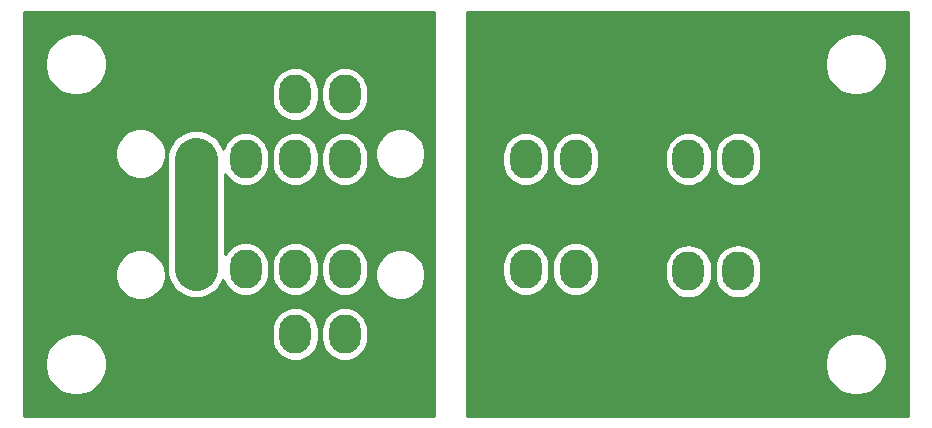
<source format=gbr>
%TF.GenerationSoftware,KiCad,Pcbnew,(5.1.9)-1*%
%TF.CreationDate,2021-11-13T17:29:38-07:00*%
%TF.ProjectId,ABSIS_Bulkhead_Connector,41425349-535f-4427-956c-6b686561645f,rev?*%
%TF.SameCoordinates,Original*%
%TF.FileFunction,Copper,L2,Inr*%
%TF.FilePolarity,Positive*%
%FSLAX46Y46*%
G04 Gerber Fmt 4.6, Leading zero omitted, Abs format (unit mm)*
G04 Created by KiCad (PCBNEW (5.1.9)-1) date 2021-11-13 17:29:38*
%MOMM*%
%LPD*%
G01*
G04 APERTURE LIST*
%TA.AperFunction,ComponentPad*%
%ADD10O,2.700000X3.300000*%
%TD*%
%TA.AperFunction,Conductor*%
%ADD11C,3.657600*%
%TD*%
%TA.AperFunction,Conductor*%
%ADD12C,0.254000*%
%TD*%
%TA.AperFunction,Conductor*%
%ADD13C,0.100000*%
%TD*%
G04 APERTURE END LIST*
D10*
%TO.N,/BL_DATA2*%
%TO.C,J6*%
X160200000Y-78500000D03*
%TO.N,/BL_GND*%
X156000000Y-78500000D03*
%TO.N,/BL_+5V*%
X160200000Y-84000000D03*
%TA.AperFunction,ComponentPad*%
G36*
G01*
X154650000Y-85399999D02*
X154650000Y-82600001D01*
G75*
G02*
X154900001Y-82350000I250001J0D01*
G01*
X157099999Y-82350000D01*
G75*
G02*
X157350000Y-82600001I0J-250001D01*
G01*
X157350000Y-85399999D01*
G75*
G02*
X157099999Y-85650000I-250001J0D01*
G01*
X154900001Y-85650000D01*
G75*
G02*
X154650000Y-85399999I0J250001D01*
G01*
G37*
%TD.AperFunction*%
%TD*%
%TO.N,/BL_DATA2*%
%TO.C,J5*%
X160200000Y-69000000D03*
%TO.N,/BL_GND*%
X156000000Y-69000000D03*
%TO.N,/BL_+5V*%
X160200000Y-63500000D03*
%TA.AperFunction,ComponentPad*%
G36*
G01*
X154650000Y-64899999D02*
X154650000Y-62100001D01*
G75*
G02*
X154900001Y-61850000I250001J0D01*
G01*
X157099999Y-61850000D01*
G75*
G02*
X157350000Y-62100001I0J-250001D01*
G01*
X157350000Y-64899999D01*
G75*
G02*
X157099999Y-65150000I-250001J0D01*
G01*
X154900001Y-65150000D01*
G75*
G02*
X154650000Y-64899999I0J250001D01*
G01*
G37*
%TD.AperFunction*%
%TD*%
%TO.N,/BL_DATA1*%
%TO.C,J4*%
X146440000Y-78320000D03*
%TO.N,/BL_GND*%
X142240000Y-78320000D03*
%TO.N,/BL_+5V*%
X146440000Y-83820000D03*
%TA.AperFunction,ComponentPad*%
G36*
G01*
X140890000Y-85219999D02*
X140890000Y-82420001D01*
G75*
G02*
X141140001Y-82170000I250001J0D01*
G01*
X143339999Y-82170000D01*
G75*
G02*
X143590000Y-82420001I0J-250001D01*
G01*
X143590000Y-85219999D01*
G75*
G02*
X143339999Y-85470000I-250001J0D01*
G01*
X141140001Y-85470000D01*
G75*
G02*
X140890000Y-85219999I0J250001D01*
G01*
G37*
%TD.AperFunction*%
%TD*%
%TO.N,/ABSIS_+12V*%
%TO.C,J3*%
X126900000Y-78320000D03*
%TO.N,/ABSIS_+5V*%
X122700000Y-78320000D03*
X118500000Y-78320000D03*
%TO.N,/ABSIS_+3.3V*%
X114300000Y-78320000D03*
%TO.N,/ABSIS_+12V*%
X126900000Y-83820000D03*
X122700000Y-83820000D03*
%TO.N,/ABSIS_GND*%
X118500000Y-83820000D03*
%TA.AperFunction,ComponentPad*%
G36*
G01*
X112950000Y-85219999D02*
X112950000Y-82420001D01*
G75*
G02*
X113200001Y-82170000I250001J0D01*
G01*
X115399999Y-82170000D01*
G75*
G02*
X115650000Y-82420001I0J-250001D01*
G01*
X115650000Y-85219999D01*
G75*
G02*
X115399999Y-85470000I-250001J0D01*
G01*
X113200001Y-85470000D01*
G75*
G02*
X112950000Y-85219999I0J250001D01*
G01*
G37*
%TD.AperFunction*%
%TD*%
%TO.N,/BL_DATA1*%
%TO.C,J2*%
X146440000Y-69000000D03*
%TO.N,/BL_GND*%
X142240000Y-69000000D03*
%TO.N,/BL_+5V*%
X146440000Y-63500000D03*
%TA.AperFunction,ComponentPad*%
G36*
G01*
X140890000Y-64899999D02*
X140890000Y-62100001D01*
G75*
G02*
X141140001Y-61850000I250001J0D01*
G01*
X143339999Y-61850000D01*
G75*
G02*
X143590000Y-62100001I0J-250001D01*
G01*
X143590000Y-64899999D01*
G75*
G02*
X143339999Y-65150000I-250001J0D01*
G01*
X141140001Y-65150000D01*
G75*
G02*
X140890000Y-64899999I0J250001D01*
G01*
G37*
%TD.AperFunction*%
%TD*%
%TO.N,/ABSIS_+12V*%
%TO.C,J1*%
X126900000Y-69000000D03*
%TO.N,/ABSIS_+5V*%
X122700000Y-69000000D03*
X118500000Y-69000000D03*
%TO.N,/ABSIS_+3.3V*%
X114300000Y-69000000D03*
%TO.N,/ABSIS_+12V*%
X126900000Y-63500000D03*
X122700000Y-63500000D03*
%TO.N,/ABSIS_GND*%
X118500000Y-63500000D03*
%TA.AperFunction,ComponentPad*%
G36*
G01*
X112950000Y-64899999D02*
X112950000Y-62100001D01*
G75*
G02*
X113200001Y-61850000I250001J0D01*
G01*
X115399999Y-61850000D01*
G75*
G02*
X115650000Y-62100001I0J-250001D01*
G01*
X115650000Y-64899999D01*
G75*
G02*
X115399999Y-65150000I-250001J0D01*
G01*
X113200001Y-65150000D01*
G75*
G02*
X112950000Y-64899999I0J250001D01*
G01*
G37*
%TD.AperFunction*%
%TD*%
D11*
%TO.N,/ABSIS_+3.3V*%
X114300000Y-78320000D02*
X114300000Y-69000000D01*
%TD*%
D12*
%TO.N,/ABSIS_GND*%
X134493000Y-90780000D02*
X99720000Y-90780000D01*
X99720000Y-86100475D01*
X101505000Y-86100475D01*
X101505000Y-86619525D01*
X101606261Y-87128601D01*
X101804893Y-87608141D01*
X102093262Y-88039715D01*
X102460285Y-88406738D01*
X102891859Y-88695107D01*
X103371399Y-88893739D01*
X103880475Y-88995000D01*
X104399525Y-88995000D01*
X104908601Y-88893739D01*
X105388141Y-88695107D01*
X105819715Y-88406738D01*
X106186738Y-88039715D01*
X106475107Y-87608141D01*
X106673739Y-87128601D01*
X106775000Y-86619525D01*
X106775000Y-86100475D01*
X106673739Y-85591399D01*
X106475107Y-85111859D01*
X106186738Y-84680285D01*
X105819715Y-84313262D01*
X105388141Y-84024893D01*
X104908601Y-83826261D01*
X104399525Y-83725000D01*
X103880475Y-83725000D01*
X103371399Y-83826261D01*
X102891859Y-84024893D01*
X102460285Y-84313262D01*
X102093262Y-84680285D01*
X101804893Y-85111859D01*
X101606261Y-85591399D01*
X101505000Y-86100475D01*
X99720000Y-86100475D01*
X99720000Y-83422491D01*
X120715000Y-83422491D01*
X120715000Y-84217510D01*
X120743722Y-84509128D01*
X120857226Y-84883302D01*
X121041547Y-85228143D01*
X121289603Y-85530398D01*
X121591858Y-85778453D01*
X121936699Y-85962774D01*
X122310873Y-86076278D01*
X122700000Y-86114604D01*
X123089128Y-86076278D01*
X123463302Y-85962774D01*
X123808143Y-85778453D01*
X124110398Y-85530398D01*
X124358453Y-85228143D01*
X124542774Y-84883302D01*
X124656278Y-84509127D01*
X124685000Y-84217509D01*
X124685000Y-83422491D01*
X124915000Y-83422491D01*
X124915000Y-84217510D01*
X124943722Y-84509128D01*
X125057226Y-84883302D01*
X125241547Y-85228143D01*
X125489603Y-85530398D01*
X125791858Y-85778453D01*
X126136699Y-85962774D01*
X126510873Y-86076278D01*
X126900000Y-86114604D01*
X127289128Y-86076278D01*
X127663302Y-85962774D01*
X128008143Y-85778453D01*
X128310398Y-85530398D01*
X128558453Y-85228143D01*
X128742774Y-84883302D01*
X128856278Y-84509127D01*
X128885000Y-84217509D01*
X128885000Y-83422490D01*
X128856278Y-83130872D01*
X128742774Y-82756698D01*
X128558453Y-82411857D01*
X128310398Y-82109602D01*
X128008143Y-81861547D01*
X127663301Y-81677226D01*
X127289127Y-81563722D01*
X126900000Y-81525396D01*
X126510872Y-81563722D01*
X126136698Y-81677226D01*
X125791857Y-81861547D01*
X125489602Y-82109602D01*
X125241547Y-82411857D01*
X125057226Y-82756699D01*
X124943722Y-83130873D01*
X124915000Y-83422491D01*
X124685000Y-83422491D01*
X124685000Y-83422490D01*
X124656278Y-83130872D01*
X124542774Y-82756698D01*
X124358453Y-82411857D01*
X124110398Y-82109602D01*
X123808143Y-81861547D01*
X123463301Y-81677226D01*
X123089127Y-81563722D01*
X122700000Y-81525396D01*
X122310872Y-81563722D01*
X121936698Y-81677226D01*
X121591857Y-81861547D01*
X121289602Y-82109602D01*
X121041547Y-82411857D01*
X120857226Y-82756699D01*
X120743722Y-83130873D01*
X120715000Y-83422491D01*
X99720000Y-83422491D01*
X99720000Y-78569721D01*
X107465000Y-78569721D01*
X107465000Y-78990279D01*
X107547047Y-79402756D01*
X107707988Y-79791302D01*
X107941637Y-80140983D01*
X108239017Y-80438363D01*
X108588698Y-80672012D01*
X108977244Y-80832953D01*
X109389721Y-80915000D01*
X109810279Y-80915000D01*
X110222756Y-80832953D01*
X110611302Y-80672012D01*
X110960983Y-80438363D01*
X111258363Y-80140983D01*
X111492012Y-79791302D01*
X111652953Y-79402756D01*
X111735000Y-78990279D01*
X111735000Y-78569721D01*
X111709403Y-78441036D01*
X111836200Y-78441036D01*
X111871849Y-78802988D01*
X112012732Y-79267416D01*
X112241513Y-79695436D01*
X112549401Y-80070599D01*
X112924563Y-80378487D01*
X113352583Y-80607268D01*
X113817011Y-80748151D01*
X114300000Y-80795721D01*
X114782988Y-80748151D01*
X115247416Y-80607268D01*
X115675436Y-80378487D01*
X116050599Y-80070599D01*
X116358487Y-79695437D01*
X116587268Y-79267417D01*
X116604670Y-79210049D01*
X116657226Y-79383302D01*
X116841547Y-79728143D01*
X117089603Y-80030398D01*
X117391858Y-80278453D01*
X117736699Y-80462774D01*
X118110873Y-80576278D01*
X118500000Y-80614604D01*
X118889128Y-80576278D01*
X119263302Y-80462774D01*
X119608143Y-80278453D01*
X119910398Y-80030398D01*
X120158453Y-79728143D01*
X120342774Y-79383302D01*
X120456278Y-79009127D01*
X120485000Y-78717509D01*
X120485000Y-77922491D01*
X120715000Y-77922491D01*
X120715000Y-78717510D01*
X120743722Y-79009128D01*
X120857226Y-79383302D01*
X121041547Y-79728143D01*
X121289603Y-80030398D01*
X121591858Y-80278453D01*
X121936699Y-80462774D01*
X122310873Y-80576278D01*
X122700000Y-80614604D01*
X123089128Y-80576278D01*
X123463302Y-80462774D01*
X123808143Y-80278453D01*
X124110398Y-80030398D01*
X124358453Y-79728143D01*
X124542774Y-79383302D01*
X124656278Y-79009127D01*
X124685000Y-78717509D01*
X124685000Y-77922491D01*
X124915000Y-77922491D01*
X124915000Y-78717510D01*
X124943722Y-79009128D01*
X125057226Y-79383302D01*
X125241547Y-79728143D01*
X125489603Y-80030398D01*
X125791858Y-80278453D01*
X126136699Y-80462774D01*
X126510873Y-80576278D01*
X126900000Y-80614604D01*
X127289128Y-80576278D01*
X127663302Y-80462774D01*
X128008143Y-80278453D01*
X128310398Y-80030398D01*
X128558453Y-79728143D01*
X128742774Y-79383302D01*
X128856278Y-79009127D01*
X128885000Y-78717509D01*
X128885000Y-78569721D01*
X129465000Y-78569721D01*
X129465000Y-78990279D01*
X129547047Y-79402756D01*
X129707988Y-79791302D01*
X129941637Y-80140983D01*
X130239017Y-80438363D01*
X130588698Y-80672012D01*
X130977244Y-80832953D01*
X131389721Y-80915000D01*
X131810279Y-80915000D01*
X132222756Y-80832953D01*
X132611302Y-80672012D01*
X132960983Y-80438363D01*
X133258363Y-80140983D01*
X133492012Y-79791302D01*
X133652953Y-79402756D01*
X133735000Y-78990279D01*
X133735000Y-78569721D01*
X133652953Y-78157244D01*
X133492012Y-77768698D01*
X133258363Y-77419017D01*
X132960983Y-77121637D01*
X132611302Y-76887988D01*
X132222756Y-76727047D01*
X131810279Y-76645000D01*
X131389721Y-76645000D01*
X130977244Y-76727047D01*
X130588698Y-76887988D01*
X130239017Y-77121637D01*
X129941637Y-77419017D01*
X129707988Y-77768698D01*
X129547047Y-78157244D01*
X129465000Y-78569721D01*
X128885000Y-78569721D01*
X128885000Y-77922490D01*
X128856278Y-77630872D01*
X128742774Y-77256698D01*
X128558453Y-76911857D01*
X128310398Y-76609602D01*
X128008143Y-76361547D01*
X127663301Y-76177226D01*
X127289127Y-76063722D01*
X126900000Y-76025396D01*
X126510872Y-76063722D01*
X126136698Y-76177226D01*
X125791857Y-76361547D01*
X125489602Y-76609602D01*
X125241547Y-76911857D01*
X125057226Y-77256699D01*
X124943722Y-77630873D01*
X124915000Y-77922491D01*
X124685000Y-77922491D01*
X124685000Y-77922490D01*
X124656278Y-77630872D01*
X124542774Y-77256698D01*
X124358453Y-76911857D01*
X124110398Y-76609602D01*
X123808143Y-76361547D01*
X123463301Y-76177226D01*
X123089127Y-76063722D01*
X122700000Y-76025396D01*
X122310872Y-76063722D01*
X121936698Y-76177226D01*
X121591857Y-76361547D01*
X121289602Y-76609602D01*
X121041547Y-76911857D01*
X120857226Y-77256699D01*
X120743722Y-77630873D01*
X120715000Y-77922491D01*
X120485000Y-77922491D01*
X120485000Y-77922490D01*
X120456278Y-77630872D01*
X120342774Y-77256698D01*
X120158453Y-76911857D01*
X119910398Y-76609602D01*
X119608143Y-76361547D01*
X119263301Y-76177226D01*
X118889127Y-76063722D01*
X118500000Y-76025396D01*
X118110872Y-76063722D01*
X117736698Y-76177226D01*
X117391857Y-76361547D01*
X117089602Y-76609602D01*
X116841547Y-76911857D01*
X116763800Y-77057312D01*
X116763800Y-70262688D01*
X116841547Y-70408143D01*
X117089603Y-70710398D01*
X117391858Y-70958453D01*
X117736699Y-71142774D01*
X118110873Y-71256278D01*
X118500000Y-71294604D01*
X118889128Y-71256278D01*
X119263302Y-71142774D01*
X119608143Y-70958453D01*
X119910398Y-70710398D01*
X120158453Y-70408143D01*
X120342774Y-70063302D01*
X120456278Y-69689127D01*
X120485000Y-69397509D01*
X120485000Y-68602491D01*
X120715000Y-68602491D01*
X120715000Y-69397510D01*
X120743722Y-69689128D01*
X120857226Y-70063302D01*
X121041547Y-70408143D01*
X121289603Y-70710398D01*
X121591858Y-70958453D01*
X121936699Y-71142774D01*
X122310873Y-71256278D01*
X122700000Y-71294604D01*
X123089128Y-71256278D01*
X123463302Y-71142774D01*
X123808143Y-70958453D01*
X124110398Y-70710398D01*
X124358453Y-70408143D01*
X124542774Y-70063302D01*
X124656278Y-69689127D01*
X124685000Y-69397509D01*
X124685000Y-68602491D01*
X124915000Y-68602491D01*
X124915000Y-69397510D01*
X124943722Y-69689128D01*
X125057226Y-70063302D01*
X125241547Y-70408143D01*
X125489603Y-70710398D01*
X125791858Y-70958453D01*
X126136699Y-71142774D01*
X126510873Y-71256278D01*
X126900000Y-71294604D01*
X127289128Y-71256278D01*
X127663302Y-71142774D01*
X128008143Y-70958453D01*
X128310398Y-70710398D01*
X128558453Y-70408143D01*
X128742774Y-70063302D01*
X128856278Y-69689127D01*
X128885000Y-69397509D01*
X128885000Y-68602490D01*
X128858135Y-68329721D01*
X129465000Y-68329721D01*
X129465000Y-68750279D01*
X129547047Y-69162756D01*
X129707988Y-69551302D01*
X129941637Y-69900983D01*
X130239017Y-70198363D01*
X130588698Y-70432012D01*
X130977244Y-70592953D01*
X131389721Y-70675000D01*
X131810279Y-70675000D01*
X132222756Y-70592953D01*
X132611302Y-70432012D01*
X132960983Y-70198363D01*
X133258363Y-69900983D01*
X133492012Y-69551302D01*
X133652953Y-69162756D01*
X133735000Y-68750279D01*
X133735000Y-68329721D01*
X133652953Y-67917244D01*
X133492012Y-67528698D01*
X133258363Y-67179017D01*
X132960983Y-66881637D01*
X132611302Y-66647988D01*
X132222756Y-66487047D01*
X131810279Y-66405000D01*
X131389721Y-66405000D01*
X130977244Y-66487047D01*
X130588698Y-66647988D01*
X130239017Y-66881637D01*
X129941637Y-67179017D01*
X129707988Y-67528698D01*
X129547047Y-67917244D01*
X129465000Y-68329721D01*
X128858135Y-68329721D01*
X128856278Y-68310872D01*
X128742774Y-67936698D01*
X128558453Y-67591857D01*
X128310398Y-67289602D01*
X128008143Y-67041547D01*
X127663301Y-66857226D01*
X127289127Y-66743722D01*
X126900000Y-66705396D01*
X126510872Y-66743722D01*
X126136698Y-66857226D01*
X125791857Y-67041547D01*
X125489602Y-67289602D01*
X125241547Y-67591857D01*
X125057226Y-67936699D01*
X124943722Y-68310873D01*
X124915000Y-68602491D01*
X124685000Y-68602491D01*
X124685000Y-68602490D01*
X124656278Y-68310872D01*
X124542774Y-67936698D01*
X124358453Y-67591857D01*
X124110398Y-67289602D01*
X123808143Y-67041547D01*
X123463301Y-66857226D01*
X123089127Y-66743722D01*
X122700000Y-66705396D01*
X122310872Y-66743722D01*
X121936698Y-66857226D01*
X121591857Y-67041547D01*
X121289602Y-67289602D01*
X121041547Y-67591857D01*
X120857226Y-67936699D01*
X120743722Y-68310873D01*
X120715000Y-68602491D01*
X120485000Y-68602491D01*
X120485000Y-68602490D01*
X120456278Y-68310872D01*
X120342774Y-67936698D01*
X120158453Y-67591857D01*
X119910398Y-67289602D01*
X119608143Y-67041547D01*
X119263301Y-66857226D01*
X118889127Y-66743722D01*
X118500000Y-66705396D01*
X118110872Y-66743722D01*
X117736698Y-66857226D01*
X117391857Y-67041547D01*
X117089602Y-67289602D01*
X116841547Y-67591857D01*
X116657226Y-67936699D01*
X116604671Y-68109952D01*
X116587268Y-68052583D01*
X116358487Y-67624563D01*
X116050599Y-67249401D01*
X115675437Y-66941513D01*
X115247417Y-66712732D01*
X114782989Y-66571849D01*
X114300000Y-66524279D01*
X113817012Y-66571849D01*
X113352584Y-66712732D01*
X112924564Y-66941513D01*
X112549402Y-67249401D01*
X112241514Y-67624563D01*
X112012733Y-68052583D01*
X111871850Y-68517011D01*
X111836201Y-68878963D01*
X111836200Y-78441036D01*
X111709403Y-78441036D01*
X111652953Y-78157244D01*
X111492012Y-77768698D01*
X111258363Y-77419017D01*
X110960983Y-77121637D01*
X110611302Y-76887988D01*
X110222756Y-76727047D01*
X109810279Y-76645000D01*
X109389721Y-76645000D01*
X108977244Y-76727047D01*
X108588698Y-76887988D01*
X108239017Y-77121637D01*
X107941637Y-77419017D01*
X107707988Y-77768698D01*
X107547047Y-78157244D01*
X107465000Y-78569721D01*
X99720000Y-78569721D01*
X99720000Y-68329721D01*
X107465000Y-68329721D01*
X107465000Y-68750279D01*
X107547047Y-69162756D01*
X107707988Y-69551302D01*
X107941637Y-69900983D01*
X108239017Y-70198363D01*
X108588698Y-70432012D01*
X108977244Y-70592953D01*
X109389721Y-70675000D01*
X109810279Y-70675000D01*
X110222756Y-70592953D01*
X110611302Y-70432012D01*
X110960983Y-70198363D01*
X111258363Y-69900983D01*
X111492012Y-69551302D01*
X111652953Y-69162756D01*
X111735000Y-68750279D01*
X111735000Y-68329721D01*
X111652953Y-67917244D01*
X111492012Y-67528698D01*
X111258363Y-67179017D01*
X110960983Y-66881637D01*
X110611302Y-66647988D01*
X110222756Y-66487047D01*
X109810279Y-66405000D01*
X109389721Y-66405000D01*
X108977244Y-66487047D01*
X108588698Y-66647988D01*
X108239017Y-66881637D01*
X107941637Y-67179017D01*
X107707988Y-67528698D01*
X107547047Y-67917244D01*
X107465000Y-68329721D01*
X99720000Y-68329721D01*
X99720000Y-60700475D01*
X101505000Y-60700475D01*
X101505000Y-61219525D01*
X101606261Y-61728601D01*
X101804893Y-62208141D01*
X102093262Y-62639715D01*
X102460285Y-63006738D01*
X102891859Y-63295107D01*
X103371399Y-63493739D01*
X103880475Y-63595000D01*
X104399525Y-63595000D01*
X104908601Y-63493739D01*
X105388141Y-63295107D01*
X105676410Y-63102491D01*
X120715000Y-63102491D01*
X120715000Y-63897510D01*
X120743722Y-64189128D01*
X120857226Y-64563302D01*
X121041547Y-64908143D01*
X121289603Y-65210398D01*
X121591858Y-65458453D01*
X121936699Y-65642774D01*
X122310873Y-65756278D01*
X122700000Y-65794604D01*
X123089128Y-65756278D01*
X123463302Y-65642774D01*
X123808143Y-65458453D01*
X124110398Y-65210398D01*
X124358453Y-64908143D01*
X124542774Y-64563302D01*
X124656278Y-64189127D01*
X124685000Y-63897509D01*
X124685000Y-63102491D01*
X124915000Y-63102491D01*
X124915000Y-63897510D01*
X124943722Y-64189128D01*
X125057226Y-64563302D01*
X125241547Y-64908143D01*
X125489603Y-65210398D01*
X125791858Y-65458453D01*
X126136699Y-65642774D01*
X126510873Y-65756278D01*
X126900000Y-65794604D01*
X127289128Y-65756278D01*
X127663302Y-65642774D01*
X128008143Y-65458453D01*
X128310398Y-65210398D01*
X128558453Y-64908143D01*
X128742774Y-64563302D01*
X128856278Y-64189127D01*
X128885000Y-63897509D01*
X128885000Y-63102490D01*
X128856278Y-62810872D01*
X128742774Y-62436698D01*
X128558453Y-62091857D01*
X128310398Y-61789602D01*
X128008143Y-61541547D01*
X127663301Y-61357226D01*
X127289127Y-61243722D01*
X126900000Y-61205396D01*
X126510872Y-61243722D01*
X126136698Y-61357226D01*
X125791857Y-61541547D01*
X125489602Y-61789602D01*
X125241547Y-62091857D01*
X125057226Y-62436699D01*
X124943722Y-62810873D01*
X124915000Y-63102491D01*
X124685000Y-63102491D01*
X124685000Y-63102490D01*
X124656278Y-62810872D01*
X124542774Y-62436698D01*
X124358453Y-62091857D01*
X124110398Y-61789602D01*
X123808143Y-61541547D01*
X123463301Y-61357226D01*
X123089127Y-61243722D01*
X122700000Y-61205396D01*
X122310872Y-61243722D01*
X121936698Y-61357226D01*
X121591857Y-61541547D01*
X121289602Y-61789602D01*
X121041547Y-62091857D01*
X120857226Y-62436699D01*
X120743722Y-62810873D01*
X120715000Y-63102491D01*
X105676410Y-63102491D01*
X105819715Y-63006738D01*
X106186738Y-62639715D01*
X106475107Y-62208141D01*
X106673739Y-61728601D01*
X106775000Y-61219525D01*
X106775000Y-60700475D01*
X106673739Y-60191399D01*
X106475107Y-59711859D01*
X106186738Y-59280285D01*
X105819715Y-58913262D01*
X105388141Y-58624893D01*
X104908601Y-58426261D01*
X104399525Y-58325000D01*
X103880475Y-58325000D01*
X103371399Y-58426261D01*
X102891859Y-58624893D01*
X102460285Y-58913262D01*
X102093262Y-59280285D01*
X101804893Y-59711859D01*
X101606261Y-60191399D01*
X101505000Y-60700475D01*
X99720000Y-60700475D01*
X99720000Y-56540000D01*
X134493000Y-56540000D01*
X134493000Y-90780000D01*
%TA.AperFunction,Conductor*%
D13*
G36*
X134493000Y-90780000D02*
G01*
X99720000Y-90780000D01*
X99720000Y-86100475D01*
X101505000Y-86100475D01*
X101505000Y-86619525D01*
X101606261Y-87128601D01*
X101804893Y-87608141D01*
X102093262Y-88039715D01*
X102460285Y-88406738D01*
X102891859Y-88695107D01*
X103371399Y-88893739D01*
X103880475Y-88995000D01*
X104399525Y-88995000D01*
X104908601Y-88893739D01*
X105388141Y-88695107D01*
X105819715Y-88406738D01*
X106186738Y-88039715D01*
X106475107Y-87608141D01*
X106673739Y-87128601D01*
X106775000Y-86619525D01*
X106775000Y-86100475D01*
X106673739Y-85591399D01*
X106475107Y-85111859D01*
X106186738Y-84680285D01*
X105819715Y-84313262D01*
X105388141Y-84024893D01*
X104908601Y-83826261D01*
X104399525Y-83725000D01*
X103880475Y-83725000D01*
X103371399Y-83826261D01*
X102891859Y-84024893D01*
X102460285Y-84313262D01*
X102093262Y-84680285D01*
X101804893Y-85111859D01*
X101606261Y-85591399D01*
X101505000Y-86100475D01*
X99720000Y-86100475D01*
X99720000Y-83422491D01*
X120715000Y-83422491D01*
X120715000Y-84217510D01*
X120743722Y-84509128D01*
X120857226Y-84883302D01*
X121041547Y-85228143D01*
X121289603Y-85530398D01*
X121591858Y-85778453D01*
X121936699Y-85962774D01*
X122310873Y-86076278D01*
X122700000Y-86114604D01*
X123089128Y-86076278D01*
X123463302Y-85962774D01*
X123808143Y-85778453D01*
X124110398Y-85530398D01*
X124358453Y-85228143D01*
X124542774Y-84883302D01*
X124656278Y-84509127D01*
X124685000Y-84217509D01*
X124685000Y-83422491D01*
X124915000Y-83422491D01*
X124915000Y-84217510D01*
X124943722Y-84509128D01*
X125057226Y-84883302D01*
X125241547Y-85228143D01*
X125489603Y-85530398D01*
X125791858Y-85778453D01*
X126136699Y-85962774D01*
X126510873Y-86076278D01*
X126900000Y-86114604D01*
X127289128Y-86076278D01*
X127663302Y-85962774D01*
X128008143Y-85778453D01*
X128310398Y-85530398D01*
X128558453Y-85228143D01*
X128742774Y-84883302D01*
X128856278Y-84509127D01*
X128885000Y-84217509D01*
X128885000Y-83422490D01*
X128856278Y-83130872D01*
X128742774Y-82756698D01*
X128558453Y-82411857D01*
X128310398Y-82109602D01*
X128008143Y-81861547D01*
X127663301Y-81677226D01*
X127289127Y-81563722D01*
X126900000Y-81525396D01*
X126510872Y-81563722D01*
X126136698Y-81677226D01*
X125791857Y-81861547D01*
X125489602Y-82109602D01*
X125241547Y-82411857D01*
X125057226Y-82756699D01*
X124943722Y-83130873D01*
X124915000Y-83422491D01*
X124685000Y-83422491D01*
X124685000Y-83422490D01*
X124656278Y-83130872D01*
X124542774Y-82756698D01*
X124358453Y-82411857D01*
X124110398Y-82109602D01*
X123808143Y-81861547D01*
X123463301Y-81677226D01*
X123089127Y-81563722D01*
X122700000Y-81525396D01*
X122310872Y-81563722D01*
X121936698Y-81677226D01*
X121591857Y-81861547D01*
X121289602Y-82109602D01*
X121041547Y-82411857D01*
X120857226Y-82756699D01*
X120743722Y-83130873D01*
X120715000Y-83422491D01*
X99720000Y-83422491D01*
X99720000Y-78569721D01*
X107465000Y-78569721D01*
X107465000Y-78990279D01*
X107547047Y-79402756D01*
X107707988Y-79791302D01*
X107941637Y-80140983D01*
X108239017Y-80438363D01*
X108588698Y-80672012D01*
X108977244Y-80832953D01*
X109389721Y-80915000D01*
X109810279Y-80915000D01*
X110222756Y-80832953D01*
X110611302Y-80672012D01*
X110960983Y-80438363D01*
X111258363Y-80140983D01*
X111492012Y-79791302D01*
X111652953Y-79402756D01*
X111735000Y-78990279D01*
X111735000Y-78569721D01*
X111709403Y-78441036D01*
X111836200Y-78441036D01*
X111871849Y-78802988D01*
X112012732Y-79267416D01*
X112241513Y-79695436D01*
X112549401Y-80070599D01*
X112924563Y-80378487D01*
X113352583Y-80607268D01*
X113817011Y-80748151D01*
X114300000Y-80795721D01*
X114782988Y-80748151D01*
X115247416Y-80607268D01*
X115675436Y-80378487D01*
X116050599Y-80070599D01*
X116358487Y-79695437D01*
X116587268Y-79267417D01*
X116604670Y-79210049D01*
X116657226Y-79383302D01*
X116841547Y-79728143D01*
X117089603Y-80030398D01*
X117391858Y-80278453D01*
X117736699Y-80462774D01*
X118110873Y-80576278D01*
X118500000Y-80614604D01*
X118889128Y-80576278D01*
X119263302Y-80462774D01*
X119608143Y-80278453D01*
X119910398Y-80030398D01*
X120158453Y-79728143D01*
X120342774Y-79383302D01*
X120456278Y-79009127D01*
X120485000Y-78717509D01*
X120485000Y-77922491D01*
X120715000Y-77922491D01*
X120715000Y-78717510D01*
X120743722Y-79009128D01*
X120857226Y-79383302D01*
X121041547Y-79728143D01*
X121289603Y-80030398D01*
X121591858Y-80278453D01*
X121936699Y-80462774D01*
X122310873Y-80576278D01*
X122700000Y-80614604D01*
X123089128Y-80576278D01*
X123463302Y-80462774D01*
X123808143Y-80278453D01*
X124110398Y-80030398D01*
X124358453Y-79728143D01*
X124542774Y-79383302D01*
X124656278Y-79009127D01*
X124685000Y-78717509D01*
X124685000Y-77922491D01*
X124915000Y-77922491D01*
X124915000Y-78717510D01*
X124943722Y-79009128D01*
X125057226Y-79383302D01*
X125241547Y-79728143D01*
X125489603Y-80030398D01*
X125791858Y-80278453D01*
X126136699Y-80462774D01*
X126510873Y-80576278D01*
X126900000Y-80614604D01*
X127289128Y-80576278D01*
X127663302Y-80462774D01*
X128008143Y-80278453D01*
X128310398Y-80030398D01*
X128558453Y-79728143D01*
X128742774Y-79383302D01*
X128856278Y-79009127D01*
X128885000Y-78717509D01*
X128885000Y-78569721D01*
X129465000Y-78569721D01*
X129465000Y-78990279D01*
X129547047Y-79402756D01*
X129707988Y-79791302D01*
X129941637Y-80140983D01*
X130239017Y-80438363D01*
X130588698Y-80672012D01*
X130977244Y-80832953D01*
X131389721Y-80915000D01*
X131810279Y-80915000D01*
X132222756Y-80832953D01*
X132611302Y-80672012D01*
X132960983Y-80438363D01*
X133258363Y-80140983D01*
X133492012Y-79791302D01*
X133652953Y-79402756D01*
X133735000Y-78990279D01*
X133735000Y-78569721D01*
X133652953Y-78157244D01*
X133492012Y-77768698D01*
X133258363Y-77419017D01*
X132960983Y-77121637D01*
X132611302Y-76887988D01*
X132222756Y-76727047D01*
X131810279Y-76645000D01*
X131389721Y-76645000D01*
X130977244Y-76727047D01*
X130588698Y-76887988D01*
X130239017Y-77121637D01*
X129941637Y-77419017D01*
X129707988Y-77768698D01*
X129547047Y-78157244D01*
X129465000Y-78569721D01*
X128885000Y-78569721D01*
X128885000Y-77922490D01*
X128856278Y-77630872D01*
X128742774Y-77256698D01*
X128558453Y-76911857D01*
X128310398Y-76609602D01*
X128008143Y-76361547D01*
X127663301Y-76177226D01*
X127289127Y-76063722D01*
X126900000Y-76025396D01*
X126510872Y-76063722D01*
X126136698Y-76177226D01*
X125791857Y-76361547D01*
X125489602Y-76609602D01*
X125241547Y-76911857D01*
X125057226Y-77256699D01*
X124943722Y-77630873D01*
X124915000Y-77922491D01*
X124685000Y-77922491D01*
X124685000Y-77922490D01*
X124656278Y-77630872D01*
X124542774Y-77256698D01*
X124358453Y-76911857D01*
X124110398Y-76609602D01*
X123808143Y-76361547D01*
X123463301Y-76177226D01*
X123089127Y-76063722D01*
X122700000Y-76025396D01*
X122310872Y-76063722D01*
X121936698Y-76177226D01*
X121591857Y-76361547D01*
X121289602Y-76609602D01*
X121041547Y-76911857D01*
X120857226Y-77256699D01*
X120743722Y-77630873D01*
X120715000Y-77922491D01*
X120485000Y-77922491D01*
X120485000Y-77922490D01*
X120456278Y-77630872D01*
X120342774Y-77256698D01*
X120158453Y-76911857D01*
X119910398Y-76609602D01*
X119608143Y-76361547D01*
X119263301Y-76177226D01*
X118889127Y-76063722D01*
X118500000Y-76025396D01*
X118110872Y-76063722D01*
X117736698Y-76177226D01*
X117391857Y-76361547D01*
X117089602Y-76609602D01*
X116841547Y-76911857D01*
X116763800Y-77057312D01*
X116763800Y-70262688D01*
X116841547Y-70408143D01*
X117089603Y-70710398D01*
X117391858Y-70958453D01*
X117736699Y-71142774D01*
X118110873Y-71256278D01*
X118500000Y-71294604D01*
X118889128Y-71256278D01*
X119263302Y-71142774D01*
X119608143Y-70958453D01*
X119910398Y-70710398D01*
X120158453Y-70408143D01*
X120342774Y-70063302D01*
X120456278Y-69689127D01*
X120485000Y-69397509D01*
X120485000Y-68602491D01*
X120715000Y-68602491D01*
X120715000Y-69397510D01*
X120743722Y-69689128D01*
X120857226Y-70063302D01*
X121041547Y-70408143D01*
X121289603Y-70710398D01*
X121591858Y-70958453D01*
X121936699Y-71142774D01*
X122310873Y-71256278D01*
X122700000Y-71294604D01*
X123089128Y-71256278D01*
X123463302Y-71142774D01*
X123808143Y-70958453D01*
X124110398Y-70710398D01*
X124358453Y-70408143D01*
X124542774Y-70063302D01*
X124656278Y-69689127D01*
X124685000Y-69397509D01*
X124685000Y-68602491D01*
X124915000Y-68602491D01*
X124915000Y-69397510D01*
X124943722Y-69689128D01*
X125057226Y-70063302D01*
X125241547Y-70408143D01*
X125489603Y-70710398D01*
X125791858Y-70958453D01*
X126136699Y-71142774D01*
X126510873Y-71256278D01*
X126900000Y-71294604D01*
X127289128Y-71256278D01*
X127663302Y-71142774D01*
X128008143Y-70958453D01*
X128310398Y-70710398D01*
X128558453Y-70408143D01*
X128742774Y-70063302D01*
X128856278Y-69689127D01*
X128885000Y-69397509D01*
X128885000Y-68602490D01*
X128858135Y-68329721D01*
X129465000Y-68329721D01*
X129465000Y-68750279D01*
X129547047Y-69162756D01*
X129707988Y-69551302D01*
X129941637Y-69900983D01*
X130239017Y-70198363D01*
X130588698Y-70432012D01*
X130977244Y-70592953D01*
X131389721Y-70675000D01*
X131810279Y-70675000D01*
X132222756Y-70592953D01*
X132611302Y-70432012D01*
X132960983Y-70198363D01*
X133258363Y-69900983D01*
X133492012Y-69551302D01*
X133652953Y-69162756D01*
X133735000Y-68750279D01*
X133735000Y-68329721D01*
X133652953Y-67917244D01*
X133492012Y-67528698D01*
X133258363Y-67179017D01*
X132960983Y-66881637D01*
X132611302Y-66647988D01*
X132222756Y-66487047D01*
X131810279Y-66405000D01*
X131389721Y-66405000D01*
X130977244Y-66487047D01*
X130588698Y-66647988D01*
X130239017Y-66881637D01*
X129941637Y-67179017D01*
X129707988Y-67528698D01*
X129547047Y-67917244D01*
X129465000Y-68329721D01*
X128858135Y-68329721D01*
X128856278Y-68310872D01*
X128742774Y-67936698D01*
X128558453Y-67591857D01*
X128310398Y-67289602D01*
X128008143Y-67041547D01*
X127663301Y-66857226D01*
X127289127Y-66743722D01*
X126900000Y-66705396D01*
X126510872Y-66743722D01*
X126136698Y-66857226D01*
X125791857Y-67041547D01*
X125489602Y-67289602D01*
X125241547Y-67591857D01*
X125057226Y-67936699D01*
X124943722Y-68310873D01*
X124915000Y-68602491D01*
X124685000Y-68602491D01*
X124685000Y-68602490D01*
X124656278Y-68310872D01*
X124542774Y-67936698D01*
X124358453Y-67591857D01*
X124110398Y-67289602D01*
X123808143Y-67041547D01*
X123463301Y-66857226D01*
X123089127Y-66743722D01*
X122700000Y-66705396D01*
X122310872Y-66743722D01*
X121936698Y-66857226D01*
X121591857Y-67041547D01*
X121289602Y-67289602D01*
X121041547Y-67591857D01*
X120857226Y-67936699D01*
X120743722Y-68310873D01*
X120715000Y-68602491D01*
X120485000Y-68602491D01*
X120485000Y-68602490D01*
X120456278Y-68310872D01*
X120342774Y-67936698D01*
X120158453Y-67591857D01*
X119910398Y-67289602D01*
X119608143Y-67041547D01*
X119263301Y-66857226D01*
X118889127Y-66743722D01*
X118500000Y-66705396D01*
X118110872Y-66743722D01*
X117736698Y-66857226D01*
X117391857Y-67041547D01*
X117089602Y-67289602D01*
X116841547Y-67591857D01*
X116657226Y-67936699D01*
X116604671Y-68109952D01*
X116587268Y-68052583D01*
X116358487Y-67624563D01*
X116050599Y-67249401D01*
X115675437Y-66941513D01*
X115247417Y-66712732D01*
X114782989Y-66571849D01*
X114300000Y-66524279D01*
X113817012Y-66571849D01*
X113352584Y-66712732D01*
X112924564Y-66941513D01*
X112549402Y-67249401D01*
X112241514Y-67624563D01*
X112012733Y-68052583D01*
X111871850Y-68517011D01*
X111836201Y-68878963D01*
X111836200Y-78441036D01*
X111709403Y-78441036D01*
X111652953Y-78157244D01*
X111492012Y-77768698D01*
X111258363Y-77419017D01*
X110960983Y-77121637D01*
X110611302Y-76887988D01*
X110222756Y-76727047D01*
X109810279Y-76645000D01*
X109389721Y-76645000D01*
X108977244Y-76727047D01*
X108588698Y-76887988D01*
X108239017Y-77121637D01*
X107941637Y-77419017D01*
X107707988Y-77768698D01*
X107547047Y-78157244D01*
X107465000Y-78569721D01*
X99720000Y-78569721D01*
X99720000Y-68329721D01*
X107465000Y-68329721D01*
X107465000Y-68750279D01*
X107547047Y-69162756D01*
X107707988Y-69551302D01*
X107941637Y-69900983D01*
X108239017Y-70198363D01*
X108588698Y-70432012D01*
X108977244Y-70592953D01*
X109389721Y-70675000D01*
X109810279Y-70675000D01*
X110222756Y-70592953D01*
X110611302Y-70432012D01*
X110960983Y-70198363D01*
X111258363Y-69900983D01*
X111492012Y-69551302D01*
X111652953Y-69162756D01*
X111735000Y-68750279D01*
X111735000Y-68329721D01*
X111652953Y-67917244D01*
X111492012Y-67528698D01*
X111258363Y-67179017D01*
X110960983Y-66881637D01*
X110611302Y-66647988D01*
X110222756Y-66487047D01*
X109810279Y-66405000D01*
X109389721Y-66405000D01*
X108977244Y-66487047D01*
X108588698Y-66647988D01*
X108239017Y-66881637D01*
X107941637Y-67179017D01*
X107707988Y-67528698D01*
X107547047Y-67917244D01*
X107465000Y-68329721D01*
X99720000Y-68329721D01*
X99720000Y-60700475D01*
X101505000Y-60700475D01*
X101505000Y-61219525D01*
X101606261Y-61728601D01*
X101804893Y-62208141D01*
X102093262Y-62639715D01*
X102460285Y-63006738D01*
X102891859Y-63295107D01*
X103371399Y-63493739D01*
X103880475Y-63595000D01*
X104399525Y-63595000D01*
X104908601Y-63493739D01*
X105388141Y-63295107D01*
X105676410Y-63102491D01*
X120715000Y-63102491D01*
X120715000Y-63897510D01*
X120743722Y-64189128D01*
X120857226Y-64563302D01*
X121041547Y-64908143D01*
X121289603Y-65210398D01*
X121591858Y-65458453D01*
X121936699Y-65642774D01*
X122310873Y-65756278D01*
X122700000Y-65794604D01*
X123089128Y-65756278D01*
X123463302Y-65642774D01*
X123808143Y-65458453D01*
X124110398Y-65210398D01*
X124358453Y-64908143D01*
X124542774Y-64563302D01*
X124656278Y-64189127D01*
X124685000Y-63897509D01*
X124685000Y-63102491D01*
X124915000Y-63102491D01*
X124915000Y-63897510D01*
X124943722Y-64189128D01*
X125057226Y-64563302D01*
X125241547Y-64908143D01*
X125489603Y-65210398D01*
X125791858Y-65458453D01*
X126136699Y-65642774D01*
X126510873Y-65756278D01*
X126900000Y-65794604D01*
X127289128Y-65756278D01*
X127663302Y-65642774D01*
X128008143Y-65458453D01*
X128310398Y-65210398D01*
X128558453Y-64908143D01*
X128742774Y-64563302D01*
X128856278Y-64189127D01*
X128885000Y-63897509D01*
X128885000Y-63102490D01*
X128856278Y-62810872D01*
X128742774Y-62436698D01*
X128558453Y-62091857D01*
X128310398Y-61789602D01*
X128008143Y-61541547D01*
X127663301Y-61357226D01*
X127289127Y-61243722D01*
X126900000Y-61205396D01*
X126510872Y-61243722D01*
X126136698Y-61357226D01*
X125791857Y-61541547D01*
X125489602Y-61789602D01*
X125241547Y-62091857D01*
X125057226Y-62436699D01*
X124943722Y-62810873D01*
X124915000Y-63102491D01*
X124685000Y-63102491D01*
X124685000Y-63102490D01*
X124656278Y-62810872D01*
X124542774Y-62436698D01*
X124358453Y-62091857D01*
X124110398Y-61789602D01*
X123808143Y-61541547D01*
X123463301Y-61357226D01*
X123089127Y-61243722D01*
X122700000Y-61205396D01*
X122310872Y-61243722D01*
X121936698Y-61357226D01*
X121591857Y-61541547D01*
X121289602Y-61789602D01*
X121041547Y-62091857D01*
X120857226Y-62436699D01*
X120743722Y-62810873D01*
X120715000Y-63102491D01*
X105676410Y-63102491D01*
X105819715Y-63006738D01*
X106186738Y-62639715D01*
X106475107Y-62208141D01*
X106673739Y-61728601D01*
X106775000Y-61219525D01*
X106775000Y-60700475D01*
X106673739Y-60191399D01*
X106475107Y-59711859D01*
X106186738Y-59280285D01*
X105819715Y-58913262D01*
X105388141Y-58624893D01*
X104908601Y-58426261D01*
X104399525Y-58325000D01*
X103880475Y-58325000D01*
X103371399Y-58426261D01*
X102891859Y-58624893D01*
X102460285Y-58913262D01*
X102093262Y-59280285D01*
X101804893Y-59711859D01*
X101606261Y-60191399D01*
X101505000Y-60700475D01*
X99720000Y-60700475D01*
X99720000Y-56540000D01*
X134493000Y-56540000D01*
X134493000Y-90780000D01*
G37*
%TD.AperFunction*%
%TD*%
D12*
%TO.N,/BL_+5V*%
X174600001Y-90780000D02*
X137287000Y-90780000D01*
X137287000Y-86100475D01*
X167545000Y-86100475D01*
X167545000Y-86619525D01*
X167646261Y-87128601D01*
X167844893Y-87608141D01*
X168133262Y-88039715D01*
X168500285Y-88406738D01*
X168931859Y-88695107D01*
X169411399Y-88893739D01*
X169920475Y-88995000D01*
X170439525Y-88995000D01*
X170948601Y-88893739D01*
X171428141Y-88695107D01*
X171859715Y-88406738D01*
X172226738Y-88039715D01*
X172515107Y-87608141D01*
X172713739Y-87128601D01*
X172815000Y-86619525D01*
X172815000Y-86100475D01*
X172713739Y-85591399D01*
X172515107Y-85111859D01*
X172226738Y-84680285D01*
X171859715Y-84313262D01*
X171428141Y-84024893D01*
X170948601Y-83826261D01*
X170439525Y-83725000D01*
X169920475Y-83725000D01*
X169411399Y-83826261D01*
X168931859Y-84024893D01*
X168500285Y-84313262D01*
X168133262Y-84680285D01*
X167844893Y-85111859D01*
X167646261Y-85591399D01*
X167545000Y-86100475D01*
X137287000Y-86100475D01*
X137287000Y-77922491D01*
X140255000Y-77922491D01*
X140255000Y-78717510D01*
X140283722Y-79009128D01*
X140397226Y-79383302D01*
X140581547Y-79728143D01*
X140829603Y-80030398D01*
X141131858Y-80278453D01*
X141476699Y-80462774D01*
X141850873Y-80576278D01*
X142240000Y-80614604D01*
X142629128Y-80576278D01*
X143003302Y-80462774D01*
X143348143Y-80278453D01*
X143650398Y-80030398D01*
X143898453Y-79728143D01*
X144082774Y-79383302D01*
X144196278Y-79009127D01*
X144225000Y-78717509D01*
X144225000Y-77922491D01*
X144455000Y-77922491D01*
X144455000Y-78717510D01*
X144483722Y-79009128D01*
X144597226Y-79383302D01*
X144781547Y-79728143D01*
X145029603Y-80030398D01*
X145331858Y-80278453D01*
X145676699Y-80462774D01*
X146050873Y-80576278D01*
X146440000Y-80614604D01*
X146829128Y-80576278D01*
X147203302Y-80462774D01*
X147548143Y-80278453D01*
X147850398Y-80030398D01*
X148098453Y-79728143D01*
X148282774Y-79383302D01*
X148396278Y-79009127D01*
X148425000Y-78717509D01*
X148425000Y-78102491D01*
X154015000Y-78102491D01*
X154015000Y-78897510D01*
X154043722Y-79189128D01*
X154157226Y-79563302D01*
X154341547Y-79908143D01*
X154589603Y-80210398D01*
X154891858Y-80458453D01*
X155236699Y-80642774D01*
X155610873Y-80756278D01*
X156000000Y-80794604D01*
X156389128Y-80756278D01*
X156763302Y-80642774D01*
X157108143Y-80458453D01*
X157410398Y-80210398D01*
X157658453Y-79908143D01*
X157842774Y-79563302D01*
X157956278Y-79189127D01*
X157985000Y-78897509D01*
X157985000Y-78102491D01*
X158215000Y-78102491D01*
X158215000Y-78897510D01*
X158243722Y-79189128D01*
X158357226Y-79563302D01*
X158541547Y-79908143D01*
X158789603Y-80210398D01*
X159091858Y-80458453D01*
X159436699Y-80642774D01*
X159810873Y-80756278D01*
X160200000Y-80794604D01*
X160589128Y-80756278D01*
X160963302Y-80642774D01*
X161308143Y-80458453D01*
X161610398Y-80210398D01*
X161858453Y-79908143D01*
X162042774Y-79563302D01*
X162156278Y-79189127D01*
X162185000Y-78897509D01*
X162185000Y-78102490D01*
X162156278Y-77810872D01*
X162042774Y-77436698D01*
X161858453Y-77091857D01*
X161610398Y-76789602D01*
X161308143Y-76541547D01*
X160963301Y-76357226D01*
X160589127Y-76243722D01*
X160200000Y-76205396D01*
X159810872Y-76243722D01*
X159436698Y-76357226D01*
X159091857Y-76541547D01*
X158789602Y-76789602D01*
X158541547Y-77091857D01*
X158357226Y-77436699D01*
X158243722Y-77810873D01*
X158215000Y-78102491D01*
X157985000Y-78102491D01*
X157985000Y-78102490D01*
X157956278Y-77810872D01*
X157842774Y-77436698D01*
X157658453Y-77091857D01*
X157410398Y-76789602D01*
X157108143Y-76541547D01*
X156763301Y-76357226D01*
X156389127Y-76243722D01*
X156000000Y-76205396D01*
X155610872Y-76243722D01*
X155236698Y-76357226D01*
X154891857Y-76541547D01*
X154589602Y-76789602D01*
X154341547Y-77091857D01*
X154157226Y-77436699D01*
X154043722Y-77810873D01*
X154015000Y-78102491D01*
X148425000Y-78102491D01*
X148425000Y-77922490D01*
X148396278Y-77630872D01*
X148282774Y-77256698D01*
X148098453Y-76911857D01*
X147850398Y-76609602D01*
X147548143Y-76361547D01*
X147203301Y-76177226D01*
X146829127Y-76063722D01*
X146440000Y-76025396D01*
X146050872Y-76063722D01*
X145676698Y-76177226D01*
X145331857Y-76361547D01*
X145029602Y-76609602D01*
X144781547Y-76911857D01*
X144597226Y-77256699D01*
X144483722Y-77630873D01*
X144455000Y-77922491D01*
X144225000Y-77922491D01*
X144225000Y-77922490D01*
X144196278Y-77630872D01*
X144082774Y-77256698D01*
X143898453Y-76911857D01*
X143650398Y-76609602D01*
X143348143Y-76361547D01*
X143003301Y-76177226D01*
X142629127Y-76063722D01*
X142240000Y-76025396D01*
X141850872Y-76063722D01*
X141476698Y-76177226D01*
X141131857Y-76361547D01*
X140829602Y-76609602D01*
X140581547Y-76911857D01*
X140397226Y-77256699D01*
X140283722Y-77630873D01*
X140255000Y-77922491D01*
X137287000Y-77922491D01*
X137287000Y-68602491D01*
X140255000Y-68602491D01*
X140255000Y-69397510D01*
X140283722Y-69689128D01*
X140397226Y-70063302D01*
X140581547Y-70408143D01*
X140829603Y-70710398D01*
X141131858Y-70958453D01*
X141476699Y-71142774D01*
X141850873Y-71256278D01*
X142240000Y-71294604D01*
X142629128Y-71256278D01*
X143003302Y-71142774D01*
X143348143Y-70958453D01*
X143650398Y-70710398D01*
X143898453Y-70408143D01*
X144082774Y-70063302D01*
X144196278Y-69689127D01*
X144225000Y-69397509D01*
X144225000Y-68602491D01*
X144455000Y-68602491D01*
X144455000Y-69397510D01*
X144483722Y-69689128D01*
X144597226Y-70063302D01*
X144781547Y-70408143D01*
X145029603Y-70710398D01*
X145331858Y-70958453D01*
X145676699Y-71142774D01*
X146050873Y-71256278D01*
X146440000Y-71294604D01*
X146829128Y-71256278D01*
X147203302Y-71142774D01*
X147548143Y-70958453D01*
X147850398Y-70710398D01*
X148098453Y-70408143D01*
X148282774Y-70063302D01*
X148396278Y-69689127D01*
X148425000Y-69397509D01*
X148425000Y-68602491D01*
X154015000Y-68602491D01*
X154015000Y-69397510D01*
X154043722Y-69689128D01*
X154157226Y-70063302D01*
X154341547Y-70408143D01*
X154589603Y-70710398D01*
X154891858Y-70958453D01*
X155236699Y-71142774D01*
X155610873Y-71256278D01*
X156000000Y-71294604D01*
X156389128Y-71256278D01*
X156763302Y-71142774D01*
X157108143Y-70958453D01*
X157410398Y-70710398D01*
X157658453Y-70408143D01*
X157842774Y-70063302D01*
X157956278Y-69689127D01*
X157985000Y-69397509D01*
X157985000Y-68602491D01*
X158215000Y-68602491D01*
X158215000Y-69397510D01*
X158243722Y-69689128D01*
X158357226Y-70063302D01*
X158541547Y-70408143D01*
X158789603Y-70710398D01*
X159091858Y-70958453D01*
X159436699Y-71142774D01*
X159810873Y-71256278D01*
X160200000Y-71294604D01*
X160589128Y-71256278D01*
X160963302Y-71142774D01*
X161308143Y-70958453D01*
X161610398Y-70710398D01*
X161858453Y-70408143D01*
X162042774Y-70063302D01*
X162156278Y-69689127D01*
X162185000Y-69397509D01*
X162185000Y-68602490D01*
X162156278Y-68310872D01*
X162042774Y-67936698D01*
X161858453Y-67591857D01*
X161610398Y-67289602D01*
X161308143Y-67041547D01*
X160963301Y-66857226D01*
X160589127Y-66743722D01*
X160200000Y-66705396D01*
X159810872Y-66743722D01*
X159436698Y-66857226D01*
X159091857Y-67041547D01*
X158789602Y-67289602D01*
X158541547Y-67591857D01*
X158357226Y-67936699D01*
X158243722Y-68310873D01*
X158215000Y-68602491D01*
X157985000Y-68602491D01*
X157985000Y-68602490D01*
X157956278Y-68310872D01*
X157842774Y-67936698D01*
X157658453Y-67591857D01*
X157410398Y-67289602D01*
X157108143Y-67041547D01*
X156763301Y-66857226D01*
X156389127Y-66743722D01*
X156000000Y-66705396D01*
X155610872Y-66743722D01*
X155236698Y-66857226D01*
X154891857Y-67041547D01*
X154589602Y-67289602D01*
X154341547Y-67591857D01*
X154157226Y-67936699D01*
X154043722Y-68310873D01*
X154015000Y-68602491D01*
X148425000Y-68602491D01*
X148425000Y-68602490D01*
X148396278Y-68310872D01*
X148282774Y-67936698D01*
X148098453Y-67591857D01*
X147850398Y-67289602D01*
X147548143Y-67041547D01*
X147203301Y-66857226D01*
X146829127Y-66743722D01*
X146440000Y-66705396D01*
X146050872Y-66743722D01*
X145676698Y-66857226D01*
X145331857Y-67041547D01*
X145029602Y-67289602D01*
X144781547Y-67591857D01*
X144597226Y-67936699D01*
X144483722Y-68310873D01*
X144455000Y-68602491D01*
X144225000Y-68602491D01*
X144225000Y-68602490D01*
X144196278Y-68310872D01*
X144082774Y-67936698D01*
X143898453Y-67591857D01*
X143650398Y-67289602D01*
X143348143Y-67041547D01*
X143003301Y-66857226D01*
X142629127Y-66743722D01*
X142240000Y-66705396D01*
X141850872Y-66743722D01*
X141476698Y-66857226D01*
X141131857Y-67041547D01*
X140829602Y-67289602D01*
X140581547Y-67591857D01*
X140397226Y-67936699D01*
X140283722Y-68310873D01*
X140255000Y-68602491D01*
X137287000Y-68602491D01*
X137287000Y-60700475D01*
X167545000Y-60700475D01*
X167545000Y-61219525D01*
X167646261Y-61728601D01*
X167844893Y-62208141D01*
X168133262Y-62639715D01*
X168500285Y-63006738D01*
X168931859Y-63295107D01*
X169411399Y-63493739D01*
X169920475Y-63595000D01*
X170439525Y-63595000D01*
X170948601Y-63493739D01*
X171428141Y-63295107D01*
X171859715Y-63006738D01*
X172226738Y-62639715D01*
X172515107Y-62208141D01*
X172713739Y-61728601D01*
X172815000Y-61219525D01*
X172815000Y-60700475D01*
X172713739Y-60191399D01*
X172515107Y-59711859D01*
X172226738Y-59280285D01*
X171859715Y-58913262D01*
X171428141Y-58624893D01*
X170948601Y-58426261D01*
X170439525Y-58325000D01*
X169920475Y-58325000D01*
X169411399Y-58426261D01*
X168931859Y-58624893D01*
X168500285Y-58913262D01*
X168133262Y-59280285D01*
X167844893Y-59711859D01*
X167646261Y-60191399D01*
X167545000Y-60700475D01*
X137287000Y-60700475D01*
X137287000Y-56540000D01*
X174600000Y-56540000D01*
X174600001Y-90780000D01*
%TA.AperFunction,Conductor*%
D13*
G36*
X174600001Y-90780000D02*
G01*
X137287000Y-90780000D01*
X137287000Y-86100475D01*
X167545000Y-86100475D01*
X167545000Y-86619525D01*
X167646261Y-87128601D01*
X167844893Y-87608141D01*
X168133262Y-88039715D01*
X168500285Y-88406738D01*
X168931859Y-88695107D01*
X169411399Y-88893739D01*
X169920475Y-88995000D01*
X170439525Y-88995000D01*
X170948601Y-88893739D01*
X171428141Y-88695107D01*
X171859715Y-88406738D01*
X172226738Y-88039715D01*
X172515107Y-87608141D01*
X172713739Y-87128601D01*
X172815000Y-86619525D01*
X172815000Y-86100475D01*
X172713739Y-85591399D01*
X172515107Y-85111859D01*
X172226738Y-84680285D01*
X171859715Y-84313262D01*
X171428141Y-84024893D01*
X170948601Y-83826261D01*
X170439525Y-83725000D01*
X169920475Y-83725000D01*
X169411399Y-83826261D01*
X168931859Y-84024893D01*
X168500285Y-84313262D01*
X168133262Y-84680285D01*
X167844893Y-85111859D01*
X167646261Y-85591399D01*
X167545000Y-86100475D01*
X137287000Y-86100475D01*
X137287000Y-77922491D01*
X140255000Y-77922491D01*
X140255000Y-78717510D01*
X140283722Y-79009128D01*
X140397226Y-79383302D01*
X140581547Y-79728143D01*
X140829603Y-80030398D01*
X141131858Y-80278453D01*
X141476699Y-80462774D01*
X141850873Y-80576278D01*
X142240000Y-80614604D01*
X142629128Y-80576278D01*
X143003302Y-80462774D01*
X143348143Y-80278453D01*
X143650398Y-80030398D01*
X143898453Y-79728143D01*
X144082774Y-79383302D01*
X144196278Y-79009127D01*
X144225000Y-78717509D01*
X144225000Y-77922491D01*
X144455000Y-77922491D01*
X144455000Y-78717510D01*
X144483722Y-79009128D01*
X144597226Y-79383302D01*
X144781547Y-79728143D01*
X145029603Y-80030398D01*
X145331858Y-80278453D01*
X145676699Y-80462774D01*
X146050873Y-80576278D01*
X146440000Y-80614604D01*
X146829128Y-80576278D01*
X147203302Y-80462774D01*
X147548143Y-80278453D01*
X147850398Y-80030398D01*
X148098453Y-79728143D01*
X148282774Y-79383302D01*
X148396278Y-79009127D01*
X148425000Y-78717509D01*
X148425000Y-78102491D01*
X154015000Y-78102491D01*
X154015000Y-78897510D01*
X154043722Y-79189128D01*
X154157226Y-79563302D01*
X154341547Y-79908143D01*
X154589603Y-80210398D01*
X154891858Y-80458453D01*
X155236699Y-80642774D01*
X155610873Y-80756278D01*
X156000000Y-80794604D01*
X156389128Y-80756278D01*
X156763302Y-80642774D01*
X157108143Y-80458453D01*
X157410398Y-80210398D01*
X157658453Y-79908143D01*
X157842774Y-79563302D01*
X157956278Y-79189127D01*
X157985000Y-78897509D01*
X157985000Y-78102491D01*
X158215000Y-78102491D01*
X158215000Y-78897510D01*
X158243722Y-79189128D01*
X158357226Y-79563302D01*
X158541547Y-79908143D01*
X158789603Y-80210398D01*
X159091858Y-80458453D01*
X159436699Y-80642774D01*
X159810873Y-80756278D01*
X160200000Y-80794604D01*
X160589128Y-80756278D01*
X160963302Y-80642774D01*
X161308143Y-80458453D01*
X161610398Y-80210398D01*
X161858453Y-79908143D01*
X162042774Y-79563302D01*
X162156278Y-79189127D01*
X162185000Y-78897509D01*
X162185000Y-78102490D01*
X162156278Y-77810872D01*
X162042774Y-77436698D01*
X161858453Y-77091857D01*
X161610398Y-76789602D01*
X161308143Y-76541547D01*
X160963301Y-76357226D01*
X160589127Y-76243722D01*
X160200000Y-76205396D01*
X159810872Y-76243722D01*
X159436698Y-76357226D01*
X159091857Y-76541547D01*
X158789602Y-76789602D01*
X158541547Y-77091857D01*
X158357226Y-77436699D01*
X158243722Y-77810873D01*
X158215000Y-78102491D01*
X157985000Y-78102491D01*
X157985000Y-78102490D01*
X157956278Y-77810872D01*
X157842774Y-77436698D01*
X157658453Y-77091857D01*
X157410398Y-76789602D01*
X157108143Y-76541547D01*
X156763301Y-76357226D01*
X156389127Y-76243722D01*
X156000000Y-76205396D01*
X155610872Y-76243722D01*
X155236698Y-76357226D01*
X154891857Y-76541547D01*
X154589602Y-76789602D01*
X154341547Y-77091857D01*
X154157226Y-77436699D01*
X154043722Y-77810873D01*
X154015000Y-78102491D01*
X148425000Y-78102491D01*
X148425000Y-77922490D01*
X148396278Y-77630872D01*
X148282774Y-77256698D01*
X148098453Y-76911857D01*
X147850398Y-76609602D01*
X147548143Y-76361547D01*
X147203301Y-76177226D01*
X146829127Y-76063722D01*
X146440000Y-76025396D01*
X146050872Y-76063722D01*
X145676698Y-76177226D01*
X145331857Y-76361547D01*
X145029602Y-76609602D01*
X144781547Y-76911857D01*
X144597226Y-77256699D01*
X144483722Y-77630873D01*
X144455000Y-77922491D01*
X144225000Y-77922491D01*
X144225000Y-77922490D01*
X144196278Y-77630872D01*
X144082774Y-77256698D01*
X143898453Y-76911857D01*
X143650398Y-76609602D01*
X143348143Y-76361547D01*
X143003301Y-76177226D01*
X142629127Y-76063722D01*
X142240000Y-76025396D01*
X141850872Y-76063722D01*
X141476698Y-76177226D01*
X141131857Y-76361547D01*
X140829602Y-76609602D01*
X140581547Y-76911857D01*
X140397226Y-77256699D01*
X140283722Y-77630873D01*
X140255000Y-77922491D01*
X137287000Y-77922491D01*
X137287000Y-68602491D01*
X140255000Y-68602491D01*
X140255000Y-69397510D01*
X140283722Y-69689128D01*
X140397226Y-70063302D01*
X140581547Y-70408143D01*
X140829603Y-70710398D01*
X141131858Y-70958453D01*
X141476699Y-71142774D01*
X141850873Y-71256278D01*
X142240000Y-71294604D01*
X142629128Y-71256278D01*
X143003302Y-71142774D01*
X143348143Y-70958453D01*
X143650398Y-70710398D01*
X143898453Y-70408143D01*
X144082774Y-70063302D01*
X144196278Y-69689127D01*
X144225000Y-69397509D01*
X144225000Y-68602491D01*
X144455000Y-68602491D01*
X144455000Y-69397510D01*
X144483722Y-69689128D01*
X144597226Y-70063302D01*
X144781547Y-70408143D01*
X145029603Y-70710398D01*
X145331858Y-70958453D01*
X145676699Y-71142774D01*
X146050873Y-71256278D01*
X146440000Y-71294604D01*
X146829128Y-71256278D01*
X147203302Y-71142774D01*
X147548143Y-70958453D01*
X147850398Y-70710398D01*
X148098453Y-70408143D01*
X148282774Y-70063302D01*
X148396278Y-69689127D01*
X148425000Y-69397509D01*
X148425000Y-68602491D01*
X154015000Y-68602491D01*
X154015000Y-69397510D01*
X154043722Y-69689128D01*
X154157226Y-70063302D01*
X154341547Y-70408143D01*
X154589603Y-70710398D01*
X154891858Y-70958453D01*
X155236699Y-71142774D01*
X155610873Y-71256278D01*
X156000000Y-71294604D01*
X156389128Y-71256278D01*
X156763302Y-71142774D01*
X157108143Y-70958453D01*
X157410398Y-70710398D01*
X157658453Y-70408143D01*
X157842774Y-70063302D01*
X157956278Y-69689127D01*
X157985000Y-69397509D01*
X157985000Y-68602491D01*
X158215000Y-68602491D01*
X158215000Y-69397510D01*
X158243722Y-69689128D01*
X158357226Y-70063302D01*
X158541547Y-70408143D01*
X158789603Y-70710398D01*
X159091858Y-70958453D01*
X159436699Y-71142774D01*
X159810873Y-71256278D01*
X160200000Y-71294604D01*
X160589128Y-71256278D01*
X160963302Y-71142774D01*
X161308143Y-70958453D01*
X161610398Y-70710398D01*
X161858453Y-70408143D01*
X162042774Y-70063302D01*
X162156278Y-69689127D01*
X162185000Y-69397509D01*
X162185000Y-68602490D01*
X162156278Y-68310872D01*
X162042774Y-67936698D01*
X161858453Y-67591857D01*
X161610398Y-67289602D01*
X161308143Y-67041547D01*
X160963301Y-66857226D01*
X160589127Y-66743722D01*
X160200000Y-66705396D01*
X159810872Y-66743722D01*
X159436698Y-66857226D01*
X159091857Y-67041547D01*
X158789602Y-67289602D01*
X158541547Y-67591857D01*
X158357226Y-67936699D01*
X158243722Y-68310873D01*
X158215000Y-68602491D01*
X157985000Y-68602491D01*
X157985000Y-68602490D01*
X157956278Y-68310872D01*
X157842774Y-67936698D01*
X157658453Y-67591857D01*
X157410398Y-67289602D01*
X157108143Y-67041547D01*
X156763301Y-66857226D01*
X156389127Y-66743722D01*
X156000000Y-66705396D01*
X155610872Y-66743722D01*
X155236698Y-66857226D01*
X154891857Y-67041547D01*
X154589602Y-67289602D01*
X154341547Y-67591857D01*
X154157226Y-67936699D01*
X154043722Y-68310873D01*
X154015000Y-68602491D01*
X148425000Y-68602491D01*
X148425000Y-68602490D01*
X148396278Y-68310872D01*
X148282774Y-67936698D01*
X148098453Y-67591857D01*
X147850398Y-67289602D01*
X147548143Y-67041547D01*
X147203301Y-66857226D01*
X146829127Y-66743722D01*
X146440000Y-66705396D01*
X146050872Y-66743722D01*
X145676698Y-66857226D01*
X145331857Y-67041547D01*
X145029602Y-67289602D01*
X144781547Y-67591857D01*
X144597226Y-67936699D01*
X144483722Y-68310873D01*
X144455000Y-68602491D01*
X144225000Y-68602491D01*
X144225000Y-68602490D01*
X144196278Y-68310872D01*
X144082774Y-67936698D01*
X143898453Y-67591857D01*
X143650398Y-67289602D01*
X143348143Y-67041547D01*
X143003301Y-66857226D01*
X142629127Y-66743722D01*
X142240000Y-66705396D01*
X141850872Y-66743722D01*
X141476698Y-66857226D01*
X141131857Y-67041547D01*
X140829602Y-67289602D01*
X140581547Y-67591857D01*
X140397226Y-67936699D01*
X140283722Y-68310873D01*
X140255000Y-68602491D01*
X137287000Y-68602491D01*
X137287000Y-60700475D01*
X167545000Y-60700475D01*
X167545000Y-61219525D01*
X167646261Y-61728601D01*
X167844893Y-62208141D01*
X168133262Y-62639715D01*
X168500285Y-63006738D01*
X168931859Y-63295107D01*
X169411399Y-63493739D01*
X169920475Y-63595000D01*
X170439525Y-63595000D01*
X170948601Y-63493739D01*
X171428141Y-63295107D01*
X171859715Y-63006738D01*
X172226738Y-62639715D01*
X172515107Y-62208141D01*
X172713739Y-61728601D01*
X172815000Y-61219525D01*
X172815000Y-60700475D01*
X172713739Y-60191399D01*
X172515107Y-59711859D01*
X172226738Y-59280285D01*
X171859715Y-58913262D01*
X171428141Y-58624893D01*
X170948601Y-58426261D01*
X170439525Y-58325000D01*
X169920475Y-58325000D01*
X169411399Y-58426261D01*
X168931859Y-58624893D01*
X168500285Y-58913262D01*
X168133262Y-59280285D01*
X167844893Y-59711859D01*
X167646261Y-60191399D01*
X167545000Y-60700475D01*
X137287000Y-60700475D01*
X137287000Y-56540000D01*
X174600000Y-56540000D01*
X174600001Y-90780000D01*
G37*
%TD.AperFunction*%
%TD*%
M02*

</source>
